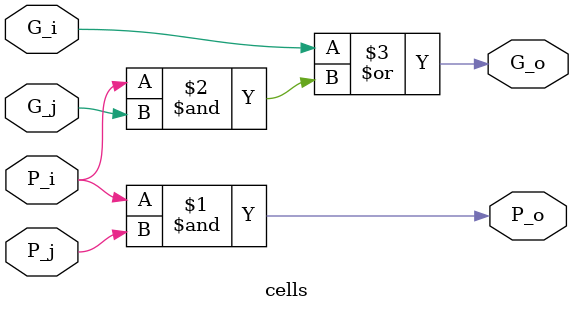
<source format=v>
module cells(
    input wire P_i,
    input wire P_j,
    input wire G_i,
    input wire G_j,
    output wire P_o,
    output wire G_o
);

    assign P_o = P_i & P_j;
    assign G_o = G_i | (P_i & G_j);

endmodule
</source>
